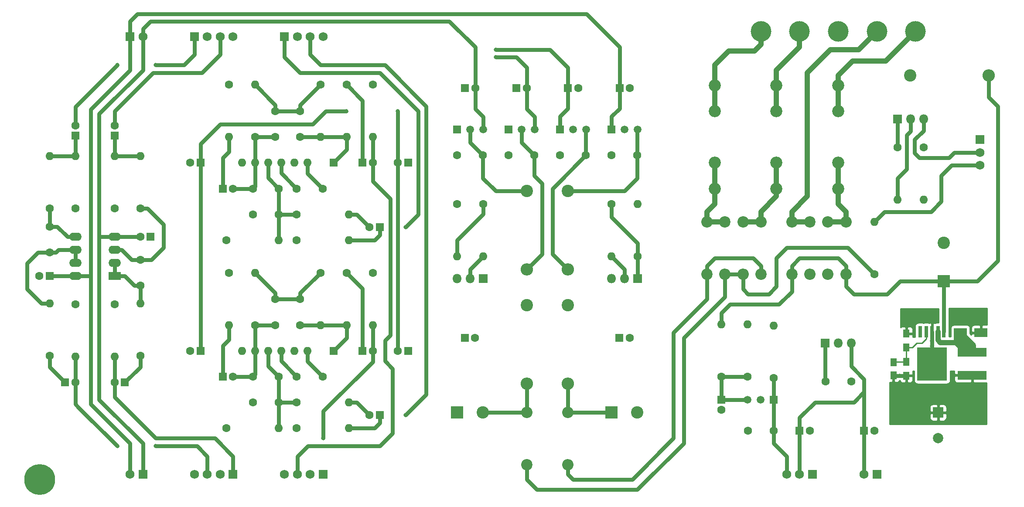
<source format=gtl>
%TF.GenerationSoftware,KiCad,Pcbnew,(5.1.7)-1*%
%TF.CreationDate,2022-01-04T16:17:04+01:00*%
%TF.ProjectId,cr-17xx-psu-preamp-board,63722d31-3778-4782-9d70-73752d707265,rev?*%
%TF.SameCoordinates,Original*%
%TF.FileFunction,Copper,L1,Top*%
%TF.FilePolarity,Positive*%
%FSLAX46Y46*%
G04 Gerber Fmt 4.6, Leading zero omitted, Abs format (unit mm)*
G04 Created by KiCad (PCBNEW (5.1.7)-1) date 2022-01-04 16:17:04*
%MOMM*%
%LPD*%
G01*
G04 APERTURE LIST*
%TA.AperFunction,SMDPad,CuDef*%
%ADD10R,5.700000X1.700000*%
%TD*%
%TA.AperFunction,ComponentPad*%
%ADD11C,1.600000*%
%TD*%
%TA.AperFunction,ComponentPad*%
%ADD12O,1.600000X1.600000*%
%TD*%
%TA.AperFunction,ComponentPad*%
%ADD13R,1.600000X1.600000*%
%TD*%
%TA.AperFunction,ComponentPad*%
%ADD14R,1.800000X1.800000*%
%TD*%
%TA.AperFunction,ComponentPad*%
%ADD15O,1.800000X1.800000*%
%TD*%
%TA.AperFunction,ComponentPad*%
%ADD16R,1.750000X1.750000*%
%TD*%
%TA.AperFunction,ComponentPad*%
%ADD17C,1.750000*%
%TD*%
%TA.AperFunction,ComponentPad*%
%ADD18R,2.400000X1.600000*%
%TD*%
%TA.AperFunction,ComponentPad*%
%ADD19O,2.400000X1.600000*%
%TD*%
%TA.AperFunction,ComponentPad*%
%ADD20C,2.200000*%
%TD*%
%TA.AperFunction,ComponentPad*%
%ADD21O,2.200000X2.200000*%
%TD*%
%TA.AperFunction,ComponentPad*%
%ADD22O,2.400000X2.400000*%
%TD*%
%TA.AperFunction,ComponentPad*%
%ADD23C,2.400000*%
%TD*%
%TA.AperFunction,SMDPad,CuDef*%
%ADD24R,0.800000X2.200000*%
%TD*%
%TA.AperFunction,SMDPad,CuDef*%
%ADD25R,5.800000X6.400000*%
%TD*%
%TA.AperFunction,SMDPad,CuDef*%
%ADD26R,2.750000X3.050000*%
%TD*%
%TA.AperFunction,SMDPad,CuDef*%
%ADD27R,1.300000X1.500000*%
%TD*%
%TA.AperFunction,SMDPad,CuDef*%
%ADD28R,2.500000X1.800000*%
%TD*%
%TA.AperFunction,ComponentPad*%
%ADD29R,2.000000X2.000000*%
%TD*%
%TA.AperFunction,ComponentPad*%
%ADD30C,2.000000*%
%TD*%
%TA.AperFunction,SMDPad,CuDef*%
%ADD31R,1.250000X1.500000*%
%TD*%
%TA.AperFunction,ComponentPad*%
%ADD32R,2.400000X2.400000*%
%TD*%
%TA.AperFunction,ComponentPad*%
%ADD33C,1.520000*%
%TD*%
%TA.AperFunction,ComponentPad*%
%ADD34R,1.520000X1.520000*%
%TD*%
%TA.AperFunction,ComponentPad*%
%ADD35C,4.000000*%
%TD*%
%TA.AperFunction,ComponentPad*%
%ADD36C,2.350000*%
%TD*%
%TA.AperFunction,ComponentPad*%
%ADD37C,6.000000*%
%TD*%
%TA.AperFunction,ViaPad*%
%ADD38C,0.800000*%
%TD*%
%TA.AperFunction,Conductor*%
%ADD39C,0.750000*%
%TD*%
%TA.AperFunction,Conductor*%
%ADD40C,1.000000*%
%TD*%
%TA.AperFunction,Conductor*%
%ADD41C,0.250000*%
%TD*%
%TA.AperFunction,Conductor*%
%ADD42C,1.500000*%
%TD*%
%TA.AperFunction,Conductor*%
%ADD43C,0.254000*%
%TD*%
%TA.AperFunction,Conductor*%
%ADD44C,0.100000*%
%TD*%
G04 APERTURE END LIST*
D10*
X203500000Y-81250000D03*
X203500000Y-85750000D03*
D11*
X103460000Y-52540000D03*
D12*
X103460000Y-62700000D03*
D11*
X138540000Y-62700000D03*
D12*
X138540000Y-52540000D03*
D11*
X194080000Y-41500000D03*
D12*
X194080000Y-51660000D03*
D11*
X159920000Y-86000000D03*
D12*
X159920000Y-75840000D03*
D11*
X175000000Y-87000000D03*
X180000000Y-87000000D03*
D13*
X170000000Y-96500000D03*
D11*
X172000000Y-96500000D03*
D13*
X182500000Y-96500000D03*
D11*
X184500000Y-96500000D03*
X165000000Y-96500000D03*
X160000000Y-96500000D03*
D14*
X174960000Y-79500000D03*
D15*
X177500000Y-79500000D03*
X180040000Y-79500000D03*
D16*
X172500000Y-105000000D03*
D17*
X170000000Y-105000000D03*
X167500000Y-105000000D03*
D16*
X185000000Y-105000000D03*
D17*
X182500000Y-105000000D03*
D16*
X77500000Y-105000000D03*
D17*
X75000000Y-105000000D03*
X72500000Y-105000000D03*
X70000000Y-105000000D03*
D16*
X60000000Y-105000000D03*
D17*
X57500000Y-105000000D03*
X55000000Y-105000000D03*
X52500000Y-105000000D03*
D16*
X70000000Y-20000000D03*
D17*
X72500000Y-20000000D03*
X75000000Y-20000000D03*
X77500000Y-20000000D03*
D16*
X52500000Y-20000000D03*
D17*
X55000000Y-20000000D03*
X57500000Y-20000000D03*
X60000000Y-20000000D03*
D13*
X53720000Y-44500000D03*
D11*
X51720000Y-44500000D03*
D13*
X94000000Y-44500000D03*
D11*
X92000000Y-44500000D03*
D13*
X53720000Y-81000000D03*
D11*
X51720000Y-81000000D03*
D13*
X94000000Y-81000000D03*
D11*
X92000000Y-81000000D03*
D13*
X79500000Y-81000000D03*
D12*
X74420000Y-81000000D03*
X71880000Y-81000000D03*
X69340000Y-81000000D03*
X66800000Y-81000000D03*
X64260000Y-81000000D03*
X61720000Y-81000000D03*
D11*
X87120000Y-65840000D03*
D12*
X87120000Y-76000000D03*
D11*
X82040000Y-65840000D03*
D12*
X82040000Y-76000000D03*
D11*
X76960000Y-65840000D03*
D12*
X76960000Y-76000000D03*
D11*
X64260000Y-76000000D03*
D12*
X64260000Y-65840000D03*
D11*
X59180000Y-65840000D03*
D12*
X59180000Y-76000000D03*
D11*
X58680000Y-96000000D03*
D12*
X68840000Y-96000000D03*
D11*
X72380000Y-91000000D03*
D12*
X82540000Y-91000000D03*
D11*
X72380000Y-96000000D03*
D12*
X82540000Y-96000000D03*
D13*
X85120000Y-81000000D03*
D11*
X87120000Y-81000000D03*
X73000000Y-76000000D03*
X73000000Y-71000000D03*
X72380000Y-86000000D03*
X77380000Y-86000000D03*
X68220000Y-71000000D03*
X68220000Y-76000000D03*
X68840000Y-86000000D03*
X63840000Y-86000000D03*
D13*
X58000000Y-86000000D03*
D11*
X60000000Y-86000000D03*
X68840000Y-91000000D03*
X63840000Y-91000000D03*
D13*
X88500000Y-93500000D03*
D11*
X86500000Y-93500000D03*
D13*
X79500000Y-44500000D03*
D12*
X74420000Y-44500000D03*
X71880000Y-44500000D03*
X69340000Y-44500000D03*
X66800000Y-44500000D03*
X64260000Y-44500000D03*
X61720000Y-44500000D03*
D11*
X87120000Y-29340000D03*
D12*
X87120000Y-39500000D03*
D11*
X82040000Y-29340000D03*
D12*
X82040000Y-39500000D03*
D11*
X76960000Y-29340000D03*
D12*
X76960000Y-39500000D03*
D11*
X64260000Y-39500000D03*
D12*
X64260000Y-29340000D03*
D11*
X59180000Y-29340000D03*
D12*
X59180000Y-39500000D03*
D11*
X58680000Y-59500000D03*
D12*
X68840000Y-59500000D03*
D11*
X72380000Y-54500000D03*
D12*
X82540000Y-54500000D03*
D11*
X72380000Y-59500000D03*
D12*
X82540000Y-59500000D03*
D13*
X85120000Y-44500000D03*
D11*
X87120000Y-44500000D03*
X73000000Y-39500000D03*
X73000000Y-34500000D03*
X72380000Y-49500000D03*
X77380000Y-49500000D03*
X68220000Y-34500000D03*
X68220000Y-39500000D03*
X68840000Y-49500000D03*
X63840000Y-49500000D03*
D13*
X58000000Y-49500000D03*
D11*
X60000000Y-49500000D03*
X68840000Y-54500000D03*
X63840000Y-54500000D03*
D13*
X88500000Y-57000000D03*
D11*
X86500000Y-57000000D03*
D18*
X37000000Y-66500000D03*
D19*
X29380000Y-58880000D03*
X37000000Y-63960000D03*
X29380000Y-61420000D03*
X37000000Y-61420000D03*
X29380000Y-63960000D03*
X37000000Y-58880000D03*
X29380000Y-66500000D03*
D11*
X29380000Y-72000000D03*
D12*
X29380000Y-82160000D03*
D11*
X37000000Y-72000000D03*
D12*
X37000000Y-82160000D03*
D11*
X24380000Y-82000000D03*
D12*
X24380000Y-71840000D03*
D11*
X42000000Y-82000000D03*
D12*
X42000000Y-71840000D03*
D11*
X24380000Y-53380000D03*
D12*
X24380000Y-43220000D03*
D11*
X42000000Y-53380000D03*
D12*
X42000000Y-43220000D03*
D11*
X29380000Y-53380000D03*
D12*
X29380000Y-43220000D03*
D11*
X37000000Y-53380000D03*
D12*
X37000000Y-43220000D03*
D13*
X27380000Y-87160000D03*
D11*
X29380000Y-87160000D03*
D13*
X39000000Y-87160000D03*
D11*
X37000000Y-87160000D03*
X24380000Y-56880000D03*
X24380000Y-61880000D03*
X42000000Y-63340000D03*
X42000000Y-68340000D03*
D13*
X24380000Y-66500000D03*
D11*
X22380000Y-66500000D03*
D13*
X29380000Y-39220000D03*
D11*
X29380000Y-37220000D03*
D13*
X37000000Y-39220000D03*
D11*
X37000000Y-37220000D03*
D13*
X44000000Y-58880000D03*
D11*
X42000000Y-58880000D03*
D16*
X205000000Y-40000000D03*
D17*
X205000000Y-42500000D03*
X205000000Y-45000000D03*
D16*
X42500000Y-105000000D03*
D17*
X40000000Y-105000000D03*
D16*
X40000000Y-20000000D03*
D17*
X42500000Y-20000000D03*
D20*
X179000000Y-66160000D03*
D21*
X179000000Y-56000000D03*
D20*
X168500000Y-66160000D03*
D21*
X168500000Y-56000000D03*
D20*
X172000000Y-56000000D03*
D21*
X172000000Y-66160000D03*
D20*
X175500000Y-56000000D03*
D21*
X175500000Y-66160000D03*
D20*
X162500000Y-66160000D03*
D21*
X162500000Y-56000000D03*
D20*
X152000000Y-66160000D03*
D21*
X152000000Y-56000000D03*
D20*
X155500000Y-56000000D03*
D21*
X155500000Y-66160000D03*
D20*
X159000000Y-56000000D03*
D21*
X159000000Y-66160000D03*
D11*
X184500000Y-66160000D03*
D12*
X184500000Y-56000000D03*
D20*
X125000000Y-93000000D03*
D21*
X125000000Y-103160000D03*
D20*
X117000000Y-103160000D03*
D21*
X117000000Y-93000000D03*
D22*
X206740000Y-27500000D03*
D23*
X191500000Y-27500000D03*
D24*
X198000000Y-77300000D03*
X196860000Y-77300000D03*
X195720000Y-77300000D03*
X194580000Y-77300000D03*
X193440000Y-77300000D03*
D25*
X195720000Y-83600000D03*
D26*
X194195000Y-85275000D03*
X197245000Y-81925000D03*
X197245000Y-85275000D03*
X194195000Y-81925000D03*
D27*
X190720000Y-80350000D03*
X190720000Y-77650000D03*
X190720000Y-85850000D03*
X190720000Y-83150000D03*
D28*
X201220000Y-77500000D03*
X205220000Y-77500000D03*
D29*
X196900000Y-93000000D03*
D30*
X196900000Y-98000000D03*
D31*
X188220000Y-85750000D03*
X188220000Y-83250000D03*
D32*
X198000000Y-67500000D03*
D23*
X198000000Y-60000000D03*
D13*
X154840000Y-90500000D03*
D11*
X154840000Y-92500000D03*
D13*
X105000000Y-78500000D03*
D11*
X107000000Y-78500000D03*
D13*
X135000000Y-78500000D03*
D11*
X137000000Y-78500000D03*
D32*
X133500000Y-93000000D03*
D23*
X138500000Y-93000000D03*
X108500000Y-93000000D03*
D32*
X103500000Y-93000000D03*
D11*
X108540000Y-52540000D03*
D12*
X108540000Y-62700000D03*
D23*
X117000000Y-72160000D03*
D22*
X117000000Y-87400000D03*
D14*
X108540000Y-67000000D03*
D15*
X106000000Y-67000000D03*
X103460000Y-67000000D03*
D23*
X125000000Y-72160000D03*
D22*
X125000000Y-87400000D03*
D33*
X106040000Y-38000000D03*
X108580000Y-38000000D03*
D34*
X103500000Y-38000000D03*
D33*
X116040000Y-38000000D03*
X118580000Y-38000000D03*
D34*
X113500000Y-38000000D03*
D33*
X136040000Y-38000000D03*
X138580000Y-38000000D03*
D34*
X133500000Y-38000000D03*
D33*
X126040000Y-38000000D03*
X128580000Y-38000000D03*
D34*
X123500000Y-38000000D03*
D33*
X162460000Y-90500000D03*
X159920000Y-90500000D03*
D34*
X165000000Y-90500000D03*
D23*
X117000000Y-50000000D03*
D22*
X117000000Y-65240000D03*
D23*
X125000000Y-50000000D03*
D22*
X125000000Y-65240000D03*
D11*
X133460000Y-52540000D03*
D12*
X133460000Y-62700000D03*
D11*
X165000000Y-86250000D03*
D12*
X165000000Y-76090000D03*
D11*
X189000000Y-41500000D03*
D12*
X189000000Y-51660000D03*
D11*
X154840000Y-86000000D03*
D12*
X154840000Y-75840000D03*
D14*
X138540000Y-67000000D03*
D15*
X136000000Y-67000000D03*
X133460000Y-67000000D03*
D14*
X189000000Y-36000000D03*
D15*
X191540000Y-36000000D03*
X194080000Y-36000000D03*
D13*
X105040000Y-30000000D03*
D11*
X107040000Y-30000000D03*
D13*
X115040000Y-30000000D03*
D11*
X117040000Y-30000000D03*
D13*
X135040000Y-30000000D03*
D11*
X137040000Y-30000000D03*
D13*
X125040000Y-30000000D03*
D11*
X127040000Y-30000000D03*
X108500000Y-43000000D03*
X103500000Y-43000000D03*
X118500000Y-43000000D03*
X113500000Y-43000000D03*
X138500000Y-43000000D03*
X133500000Y-43000000D03*
X128500000Y-43000000D03*
X123500000Y-43000000D03*
D35*
X192500000Y-19000000D03*
X185000000Y-19000000D03*
X177500000Y-19000000D03*
X170000000Y-19000000D03*
X162500000Y-19000000D03*
D36*
X153500000Y-44500000D03*
X153500000Y-49500000D03*
X153500000Y-34500000D03*
X153500000Y-29500000D03*
X165500000Y-44500000D03*
X165500000Y-49500000D03*
X165500000Y-34500000D03*
X165500000Y-29500000D03*
X177500000Y-44500000D03*
X177500000Y-49500000D03*
X177500000Y-34500000D03*
X177500000Y-29500000D03*
D37*
X22500000Y-106000000D03*
D38*
X197720000Y-82100000D03*
X197720000Y-83100000D03*
X197720000Y-84100000D03*
X197720000Y-85100000D03*
X193720000Y-82100000D03*
X193720000Y-83100000D03*
X193720000Y-84100000D03*
X193720000Y-85100000D03*
X197720000Y-86100000D03*
X196720000Y-86100000D03*
X195720000Y-86100000D03*
X194720000Y-86100000D03*
X193720000Y-86100000D03*
X194720000Y-81100000D03*
X197720000Y-81100000D03*
X196720000Y-81100000D03*
X195720000Y-81100000D03*
X193720000Y-81100000D03*
X194720000Y-84100000D03*
X194720000Y-82100000D03*
X194720000Y-85100000D03*
X194720000Y-83100000D03*
X195720000Y-83100000D03*
X195720000Y-84100000D03*
X195720000Y-82100000D03*
X195720000Y-85100000D03*
X196720000Y-85100000D03*
X196720000Y-84100000D03*
X196720000Y-82100000D03*
X196720000Y-83100000D03*
X205700000Y-73300000D03*
X205700000Y-74300000D03*
X205700000Y-75300000D03*
X204700000Y-73300000D03*
X203700000Y-73300000D03*
X202700000Y-73300000D03*
X201700000Y-73300000D03*
X200700000Y-73300000D03*
X199700000Y-73300000D03*
X199700000Y-74300000D03*
X200700000Y-74300000D03*
X201700000Y-74300000D03*
X202700000Y-74300000D03*
X203700000Y-74300000D03*
X204700000Y-74300000D03*
X204700000Y-75300000D03*
X203700000Y-75300000D03*
X202700000Y-75300000D03*
X201700000Y-75300000D03*
X200700000Y-75300000D03*
X199700000Y-75300000D03*
X190300000Y-73300000D03*
X194300000Y-74300000D03*
X191300000Y-75300000D03*
X193300000Y-74300000D03*
X193300000Y-75300000D03*
X192300000Y-73300000D03*
X194300000Y-73300000D03*
X196300000Y-73300000D03*
X192300000Y-74300000D03*
X195300000Y-75300000D03*
X196300000Y-74300000D03*
X195300000Y-73300000D03*
X191300000Y-74300000D03*
X193300000Y-73300000D03*
X191300000Y-73300000D03*
X190300000Y-74300000D03*
X196300000Y-75300000D03*
X194300000Y-75300000D03*
X190300000Y-75300000D03*
X195300000Y-74300000D03*
X192300000Y-75300000D03*
X195720000Y-79100000D03*
X195720000Y-80100000D03*
X82000000Y-34500000D03*
X111000000Y-22500000D03*
X111000000Y-24000000D03*
X92000000Y-34500000D03*
X37500000Y-25500000D03*
X45000000Y-25500000D03*
X45000000Y-99500000D03*
X37500000Y-99500000D03*
X93500000Y-57000000D03*
X93500000Y-93500000D03*
X77500000Y-98000000D03*
D39*
X195720000Y-77300000D02*
X195720000Y-83600000D01*
X202000000Y-42500000D02*
X205000000Y-42500000D01*
X200000000Y-42500000D02*
X200500000Y-42500000D01*
X193250000Y-43500000D02*
X199000000Y-43500000D01*
X200500000Y-42500000D02*
X205000000Y-42500000D01*
X192330000Y-42580000D02*
X193250000Y-43500000D01*
X192330000Y-40000000D02*
X192330000Y-42580000D01*
X199000000Y-43500000D02*
X200000000Y-42500000D01*
X194080000Y-38250000D02*
X192330000Y-40000000D01*
X194080000Y-36000000D02*
X194080000Y-38250000D01*
X165000000Y-86250000D02*
X165000000Y-96500000D01*
X167500000Y-105000000D02*
X167500000Y-101500000D01*
X165000000Y-99000000D02*
X165000000Y-96500000D01*
X167500000Y-101500000D02*
X165000000Y-99000000D01*
X128500000Y-38080000D02*
X128580000Y-38000000D01*
X128500000Y-43000000D02*
X128500000Y-38080000D01*
X125000000Y-65240000D02*
X122000000Y-62240000D01*
X122000000Y-49500000D02*
X128500000Y-43000000D01*
X122000000Y-62240000D02*
X122000000Y-49500000D01*
X116040000Y-40540000D02*
X118500000Y-43000000D01*
X116040000Y-38000000D02*
X116040000Y-40540000D01*
X117000000Y-65240000D02*
X120000000Y-62240000D01*
X118500000Y-47000000D02*
X120000000Y-48500000D01*
X118500000Y-43000000D02*
X118500000Y-47000000D01*
X120000000Y-62240000D02*
X120000000Y-48500000D01*
X125040000Y-30000000D02*
X125040000Y-33960000D01*
X123500000Y-35500000D02*
X123500000Y-38000000D01*
X125040000Y-33960000D02*
X123500000Y-35500000D01*
X53720000Y-44500000D02*
X53720000Y-81000000D01*
X111000000Y-22500000D02*
X121500000Y-22500000D01*
X125040000Y-26040000D02*
X125040000Y-30000000D01*
X121500000Y-22500000D02*
X125040000Y-26040000D01*
X53720000Y-40780000D02*
X53720000Y-44500000D01*
X57500000Y-37000000D02*
X53720000Y-40780000D01*
X75500000Y-37000000D02*
X57500000Y-37000000D01*
X78000000Y-34500000D02*
X75500000Y-37000000D01*
X82000000Y-34500000D02*
X78000000Y-34500000D01*
X135040000Y-30000000D02*
X135040000Y-33960000D01*
X133500000Y-35500000D02*
X133500000Y-38000000D01*
X135040000Y-33960000D02*
X133500000Y-35500000D01*
X32260000Y-66500000D02*
X32380000Y-66380000D01*
X29380000Y-66500000D02*
X32260000Y-66500000D01*
X40000000Y-17000000D02*
X41399990Y-15600010D01*
X40000000Y-20000000D02*
X40000000Y-17000000D01*
X29380000Y-66500000D02*
X24380000Y-66500000D01*
X32380000Y-91380000D02*
X32380000Y-90380000D01*
X40000000Y-105000000D02*
X40000000Y-99000000D01*
X32380000Y-90380000D02*
X32380000Y-66380000D01*
X40000000Y-99000000D02*
X32380000Y-91380000D01*
X40000000Y-26500000D02*
X32380000Y-34120000D01*
X32380000Y-34120000D02*
X32380000Y-34880000D01*
X40000000Y-20000000D02*
X40000000Y-26500000D01*
X32380000Y-66380000D02*
X32380000Y-34880000D01*
X128600010Y-15600010D02*
X124100010Y-15600010D01*
X135040000Y-22040000D02*
X128600010Y-15600010D01*
X135040000Y-30000000D02*
X135040000Y-22040000D01*
X41399990Y-15600010D02*
X124100010Y-15600010D01*
X117040000Y-30000000D02*
X117040000Y-34040000D01*
X118580000Y-35580000D02*
X118580000Y-38000000D01*
X117040000Y-34040000D02*
X118580000Y-35580000D01*
X92000000Y-44500000D02*
X92000000Y-81000000D01*
X111000000Y-24000000D02*
X115000000Y-24000000D01*
X117040000Y-26040000D02*
X117040000Y-30000000D01*
X115000000Y-24000000D02*
X117040000Y-26040000D01*
X92000000Y-38000000D02*
X92000000Y-44500000D01*
X92000000Y-34500000D02*
X92000000Y-38000000D01*
X107040000Y-30000000D02*
X107040000Y-34040000D01*
X108580000Y-35580000D02*
X108580000Y-38000000D01*
X107040000Y-34040000D02*
X108580000Y-35580000D01*
X34120000Y-58880000D02*
X34000000Y-59000000D01*
X37000000Y-58880000D02*
X34120000Y-58880000D01*
X42500000Y-20000000D02*
X42500000Y-18500000D01*
X42500000Y-18500000D02*
X44000000Y-17000000D01*
X42000000Y-58880000D02*
X37000000Y-58880000D01*
X34000000Y-90500000D02*
X34000000Y-89500000D01*
X42500000Y-99000000D02*
X34000000Y-90500000D01*
X42500000Y-105000000D02*
X42500000Y-99000000D01*
X34000000Y-89500000D02*
X34000000Y-59000000D01*
X34000000Y-35000000D02*
X34000000Y-36000000D01*
X42500000Y-20000000D02*
X42500000Y-26500000D01*
X42500000Y-26500000D02*
X34000000Y-35000000D01*
X34000000Y-59000000D02*
X34000000Y-36000000D01*
X102000000Y-17000000D02*
X101000000Y-17000000D01*
X107040000Y-22040000D02*
X102000000Y-17000000D01*
X107040000Y-30000000D02*
X107040000Y-22040000D01*
X44000000Y-17000000D02*
X101000000Y-17000000D01*
X198000000Y-67500000D02*
X189500000Y-67500000D01*
X189500000Y-67500000D02*
X187000000Y-70000000D01*
X179000000Y-68500000D02*
X179000000Y-66160000D01*
X180500000Y-70000000D02*
X179000000Y-68500000D01*
X206740000Y-31740000D02*
X206740000Y-27500000D01*
X208500000Y-33500000D02*
X206740000Y-31740000D01*
X208500000Y-63500000D02*
X208500000Y-33500000D01*
X198000000Y-67500000D02*
X204500000Y-67500000D01*
X198000000Y-67500000D02*
X198000000Y-77300000D01*
X168500000Y-66160000D02*
X168500000Y-69500000D01*
X154840000Y-73660000D02*
X156500000Y-72000000D01*
X154840000Y-75840000D02*
X154840000Y-73660000D01*
X168500000Y-64500000D02*
X168500000Y-66160000D01*
X170000000Y-63000000D02*
X168500000Y-64500000D01*
X177500000Y-63000000D02*
X170000000Y-63000000D01*
X179000000Y-64500000D02*
X177500000Y-63000000D01*
X179000000Y-66160000D02*
X179000000Y-64500000D01*
X204500000Y-67500000D02*
X208500000Y-63500000D01*
X187000000Y-70000000D02*
X180500000Y-70000000D01*
X168500000Y-69500000D02*
X166000000Y-72000000D01*
X166000000Y-72000000D02*
X156500000Y-72000000D01*
X125000000Y-93000000D02*
X133500000Y-93000000D01*
X125000000Y-87400000D02*
X125000000Y-93000000D01*
X117000000Y-93000000D02*
X108500000Y-93000000D01*
X117000000Y-87400000D02*
X117000000Y-93000000D01*
X188320000Y-85850000D02*
X188220000Y-85750000D01*
X190720000Y-85850000D02*
X188320000Y-85850000D01*
X174960000Y-86960000D02*
X175000000Y-87000000D01*
X174960000Y-79500000D02*
X174960000Y-86960000D01*
X197500000Y-52000000D02*
X197500000Y-47000000D01*
X199500000Y-45000000D02*
X205000000Y-45000000D01*
X197500000Y-47000000D02*
X199500000Y-45000000D01*
X195500000Y-54000000D02*
X186500000Y-54000000D01*
X195500000Y-54000000D02*
X197500000Y-52000000D01*
X186500000Y-54000000D02*
X184500000Y-56000000D01*
D40*
X179000000Y-56000000D02*
X175500000Y-56000000D01*
X177500000Y-44500000D02*
X177500000Y-49500000D01*
X179000000Y-56000000D02*
X179000000Y-54000000D01*
X179000000Y-54000000D02*
X177500000Y-52500000D01*
X177500000Y-52500000D02*
X177500000Y-49500000D01*
D39*
X44500000Y-27000000D02*
X37000000Y-34500000D01*
X54000000Y-27000000D02*
X44500000Y-27000000D01*
X37000000Y-34500000D02*
X37000000Y-37220000D01*
X57500000Y-23500000D02*
X54000000Y-27000000D01*
X57500000Y-20000000D02*
X57500000Y-23500000D01*
X52500000Y-20000000D02*
X52500000Y-23500000D01*
X52500000Y-23500000D02*
X50500000Y-25500000D01*
X50500000Y-25500000D02*
X45000000Y-25500000D01*
X29380000Y-34620000D02*
X29380000Y-37220000D01*
X29380000Y-33620000D02*
X29380000Y-34620000D01*
X37500000Y-25500000D02*
X29380000Y-33620000D01*
X37000000Y-82160000D02*
X37000000Y-87160000D01*
X45000000Y-98000000D02*
X37000000Y-90000000D01*
X37000000Y-90000000D02*
X37000000Y-87160000D01*
X56500000Y-98000000D02*
X45000000Y-98000000D01*
X60000000Y-101500000D02*
X56500000Y-98000000D01*
X60000000Y-105000000D02*
X60000000Y-101500000D01*
X29380000Y-82160000D02*
X29380000Y-87160000D01*
X55000000Y-101500000D02*
X53000000Y-99500000D01*
X55000000Y-105000000D02*
X55000000Y-101500000D01*
X53000000Y-99500000D02*
X45000000Y-99500000D01*
X37500000Y-99500000D02*
X30000000Y-92000000D01*
X29380000Y-91380000D02*
X30000000Y-92000000D01*
X29380000Y-87160000D02*
X29380000Y-91380000D01*
X82540000Y-59500000D02*
X87500000Y-59500000D01*
X88500000Y-58500000D02*
X88500000Y-57000000D01*
X87500000Y-59500000D02*
X88500000Y-58500000D01*
X70000000Y-24000000D02*
X70000000Y-20000000D01*
X73000000Y-27000000D02*
X70000000Y-24000000D01*
X88500000Y-27000000D02*
X73000000Y-27000000D01*
X96000000Y-34500000D02*
X88500000Y-27000000D01*
X96000000Y-54500000D02*
X96000000Y-34500000D01*
X93500000Y-57000000D02*
X96000000Y-54500000D01*
X87120000Y-44500000D02*
X87120000Y-39500000D01*
X90500000Y-51500000D02*
X87120000Y-48120000D01*
X89500000Y-79000000D02*
X90500000Y-78000000D01*
X87120000Y-48120000D02*
X87120000Y-44500000D01*
X89500000Y-83000000D02*
X89500000Y-79000000D01*
X91000000Y-84500000D02*
X89500000Y-83000000D01*
X90500000Y-78000000D02*
X90500000Y-51500000D01*
X91000000Y-97000000D02*
X91000000Y-84500000D01*
X88500000Y-99500000D02*
X91000000Y-97000000D01*
X74500000Y-99500000D02*
X88500000Y-99500000D01*
X72500000Y-101500000D02*
X74500000Y-99500000D01*
X72500000Y-105000000D02*
X72500000Y-101500000D01*
X82540000Y-96000000D02*
X87500000Y-96000000D01*
X88500000Y-95000000D02*
X88500000Y-93500000D01*
X87500000Y-96000000D02*
X88500000Y-95000000D01*
X93500000Y-93500000D02*
X97500000Y-89500000D01*
X97500000Y-89500000D02*
X97500000Y-33500000D01*
X97500000Y-33500000D02*
X89500000Y-25500000D01*
X89500000Y-25500000D02*
X77000000Y-25500000D01*
X75000000Y-23500000D02*
X75000000Y-20000000D01*
X77000000Y-25500000D02*
X75000000Y-23500000D01*
X87120000Y-81000000D02*
X87120000Y-76000000D01*
X87120000Y-83120000D02*
X87120000Y-81000000D01*
X77500000Y-92740000D02*
X87120000Y-83120000D01*
X77500000Y-98000000D02*
X77500000Y-92740000D01*
X182500000Y-105000000D02*
X182500000Y-96500000D01*
X170000000Y-105000000D02*
X170000000Y-96500000D01*
X180040000Y-79500000D02*
X180040000Y-84040000D01*
X180040000Y-84040000D02*
X182500000Y-86500000D01*
X182500000Y-87000000D02*
X182500000Y-87500000D01*
X182500000Y-86500000D02*
X182500000Y-87000000D01*
X182500000Y-87000000D02*
X182500000Y-89000000D01*
X170000000Y-96500000D02*
X170000000Y-94000000D01*
X170000000Y-94000000D02*
X173000000Y-91000000D01*
X180500000Y-91000000D02*
X182500000Y-89000000D01*
X182500000Y-89000000D02*
X182500000Y-96500000D01*
X173000000Y-91000000D02*
X180500000Y-91000000D01*
X29380000Y-39220000D02*
X29380000Y-43220000D01*
X29380000Y-43220000D02*
X24380000Y-43220000D01*
X37000000Y-39220000D02*
X37000000Y-43220000D01*
X37000000Y-43220000D02*
X42000000Y-43220000D01*
X24380000Y-84160000D02*
X27380000Y-87160000D01*
X24380000Y-82000000D02*
X24380000Y-84160000D01*
X42000000Y-84160000D02*
X39000000Y-87160000D01*
X42000000Y-82000000D02*
X42000000Y-84160000D01*
X24380000Y-56880000D02*
X25880000Y-56880000D01*
X27880000Y-58880000D02*
X29380000Y-58880000D01*
X25880000Y-56880000D02*
X27880000Y-58880000D01*
X24380000Y-53380000D02*
X24380000Y-56880000D01*
X29380000Y-61420000D02*
X26080000Y-61420000D01*
X25620000Y-61880000D02*
X24380000Y-61880000D01*
X26080000Y-61420000D02*
X25620000Y-61880000D01*
X29380000Y-61420000D02*
X29380000Y-63960000D01*
X24380000Y-71840000D02*
X22840000Y-71840000D01*
X22840000Y-71840000D02*
X20000000Y-69000000D01*
X20000000Y-69000000D02*
X20000000Y-64000000D01*
X22120000Y-61880000D02*
X24380000Y-61880000D01*
X20000000Y-64000000D02*
X22120000Y-61880000D01*
X37000000Y-61420000D02*
X38420000Y-61420000D01*
X40340000Y-63340000D02*
X42000000Y-63340000D01*
X38420000Y-61420000D02*
X40340000Y-63340000D01*
X42000000Y-63340000D02*
X44160000Y-63340000D01*
X44160000Y-63340000D02*
X46500000Y-61000000D01*
X46500000Y-61000000D02*
X46500000Y-56500000D01*
X43380000Y-53380000D02*
X42000000Y-53380000D01*
X46500000Y-56500000D02*
X43380000Y-53380000D01*
X37000000Y-63960000D02*
X37000000Y-66500000D01*
X37000000Y-66500000D02*
X39000000Y-66500000D01*
X40840000Y-68340000D02*
X42000000Y-68340000D01*
X39000000Y-66500000D02*
X40840000Y-68340000D01*
X42000000Y-68340000D02*
X42000000Y-71840000D01*
X84000000Y-54500000D02*
X86500000Y-57000000D01*
X82540000Y-54500000D02*
X84000000Y-54500000D01*
X84000000Y-91000000D02*
X86500000Y-93500000D01*
X82540000Y-91000000D02*
X84000000Y-91000000D01*
X68840000Y-59500000D02*
X68840000Y-49500000D01*
X66800000Y-47460000D02*
X68840000Y-49500000D01*
X66800000Y-44500000D02*
X66800000Y-47460000D01*
X68840000Y-54500000D02*
X72380000Y-54500000D01*
X68840000Y-96000000D02*
X68840000Y-86000000D01*
X66800000Y-83960000D02*
X68840000Y-86000000D01*
X66800000Y-81000000D02*
X66800000Y-83960000D01*
X68840000Y-91000000D02*
X72380000Y-91000000D01*
X68220000Y-39500000D02*
X64260000Y-39500000D01*
X64260000Y-49080000D02*
X63840000Y-49500000D01*
X64260000Y-39500000D02*
X64260000Y-49080000D01*
X60000000Y-49500000D02*
X63840000Y-49500000D01*
X68220000Y-76000000D02*
X64260000Y-76000000D01*
X64260000Y-85580000D02*
X63840000Y-86000000D01*
X64260000Y-76000000D02*
X64260000Y-85580000D01*
X60000000Y-86000000D02*
X63840000Y-86000000D01*
X73000000Y-34500000D02*
X68220000Y-34500000D01*
X68220000Y-33300000D02*
X64260000Y-29340000D01*
X68220000Y-34500000D02*
X68220000Y-33300000D01*
X73000000Y-33300000D02*
X76960000Y-29340000D01*
X73000000Y-34500000D02*
X73000000Y-33300000D01*
X73000000Y-71000000D02*
X68220000Y-71000000D01*
X73000000Y-69800000D02*
X76960000Y-65840000D01*
X73000000Y-71000000D02*
X73000000Y-69800000D01*
X68220000Y-69800000D02*
X64260000Y-65840000D01*
X68220000Y-71000000D02*
X68220000Y-69800000D01*
X82040000Y-39500000D02*
X73000000Y-39500000D01*
X82040000Y-41960000D02*
X79500000Y-44500000D01*
X82040000Y-39500000D02*
X82040000Y-41960000D01*
X82040000Y-76000000D02*
X73000000Y-76000000D01*
X82040000Y-78460000D02*
X79500000Y-81000000D01*
X82040000Y-76000000D02*
X82040000Y-78460000D01*
X59180000Y-39500000D02*
X59180000Y-42320000D01*
X58000000Y-43500000D02*
X58000000Y-44000000D01*
X59180000Y-42320000D02*
X58000000Y-43500000D01*
X58000000Y-49500000D02*
X58000000Y-44000000D01*
X59180000Y-76000000D02*
X59180000Y-78820000D01*
X58000000Y-80000000D02*
X58000000Y-80500000D01*
X59180000Y-78820000D02*
X58000000Y-80000000D01*
X58000000Y-86000000D02*
X58000000Y-80500000D01*
X69340000Y-46460000D02*
X72380000Y-49500000D01*
X69340000Y-44500000D02*
X69340000Y-46460000D01*
X74420000Y-46540000D02*
X77380000Y-49500000D01*
X74420000Y-44500000D02*
X74420000Y-46540000D01*
X69340000Y-82960000D02*
X72380000Y-86000000D01*
X69340000Y-81000000D02*
X69340000Y-82960000D01*
X74420000Y-83040000D02*
X77380000Y-86000000D01*
X74420000Y-81000000D02*
X74420000Y-83040000D01*
X85120000Y-32420000D02*
X82040000Y-29340000D01*
X85120000Y-44500000D02*
X85120000Y-32420000D01*
X85120000Y-68920000D02*
X82040000Y-65840000D01*
X85120000Y-81000000D02*
X85120000Y-68920000D01*
X154840000Y-90500000D02*
X159920000Y-90500000D01*
X159920000Y-86000000D02*
X154840000Y-86000000D01*
X154840000Y-86000000D02*
X154840000Y-90500000D01*
D41*
X194580000Y-77300000D02*
X194580000Y-78640000D01*
X194580000Y-78640000D02*
X193720000Y-79500000D01*
X193720000Y-79500000D02*
X192720000Y-79500000D01*
X191870000Y-80350000D02*
X190720000Y-80350000D01*
X192720000Y-79500000D02*
X191870000Y-80350000D01*
X190720000Y-80350000D02*
X190720000Y-83150000D01*
X188320000Y-83150000D02*
X188220000Y-83250000D01*
X190720000Y-83150000D02*
X188320000Y-83150000D01*
D39*
X138540000Y-67000000D02*
X138540000Y-60160000D01*
X133460000Y-55080000D02*
X138540000Y-60160000D01*
X133460000Y-52540000D02*
X133460000Y-55080000D01*
X138500000Y-38080000D02*
X138580000Y-38000000D01*
X138500000Y-43000000D02*
X138500000Y-38080000D01*
X125000000Y-50000000D02*
X136000000Y-50000000D01*
X138500000Y-47500000D02*
X138500000Y-43000000D01*
X136000000Y-50000000D02*
X138500000Y-47500000D01*
X108540000Y-52540000D02*
X108540000Y-54460000D01*
X103460000Y-59540000D02*
X103460000Y-62700000D01*
X108540000Y-54460000D02*
X103460000Y-59540000D01*
X106040000Y-40540000D02*
X108500000Y-43000000D01*
X106040000Y-38000000D02*
X106040000Y-40540000D01*
X117000000Y-50000000D02*
X111000000Y-50000000D01*
X108500000Y-47500000D02*
X108500000Y-43000000D01*
X111000000Y-50000000D02*
X108500000Y-47500000D01*
D40*
X172000000Y-56000000D02*
X168500000Y-56000000D01*
X168500000Y-54000000D02*
X168500000Y-56000000D01*
X171500000Y-51000000D02*
X168500000Y-54000000D01*
X171500000Y-27000000D02*
X171500000Y-51000000D01*
X176000000Y-22500000D02*
X171500000Y-27000000D01*
X181500000Y-22500000D02*
X176000000Y-22500000D01*
X185000000Y-19000000D02*
X181500000Y-22500000D01*
D39*
X189000000Y-36000000D02*
X189000000Y-41500000D01*
D42*
X203500000Y-81250000D02*
X203500000Y-80000000D01*
X203500000Y-80000000D02*
X202900000Y-79400000D01*
X201220000Y-77720000D02*
X202900000Y-79400000D01*
X201220000Y-77500000D02*
X201220000Y-77720000D01*
X203500000Y-81050000D02*
X201850000Y-79400000D01*
X201850000Y-79400000D02*
X200700000Y-79400000D01*
X203500000Y-81250000D02*
X203500000Y-81050000D01*
X202900000Y-79400000D02*
X201850000Y-79400000D01*
X202550000Y-81250000D02*
X200700000Y-79400000D01*
X203500000Y-81250000D02*
X202550000Y-81250000D01*
X200700000Y-78020000D02*
X201220000Y-77500000D01*
X200700000Y-79400000D02*
X200700000Y-78020000D01*
D40*
X197300000Y-79400000D02*
X196860000Y-78960000D01*
X200700000Y-79400000D02*
X197300000Y-79400000D01*
X196860000Y-77300000D02*
X196860000Y-78960000D01*
D39*
X137500000Y-106000000D02*
X145500000Y-98000000D01*
X126000000Y-106000000D02*
X137500000Y-106000000D01*
X125000000Y-105000000D02*
X126000000Y-106000000D01*
X125000000Y-103160000D02*
X125000000Y-105000000D01*
X145500000Y-98000000D02*
X145500000Y-77500000D01*
X152000000Y-64500000D02*
X153500000Y-63000000D01*
X152000000Y-66160000D02*
X152000000Y-64500000D01*
X162500000Y-64500000D02*
X161000000Y-63000000D01*
X153500000Y-63000000D02*
X161000000Y-63000000D01*
X162500000Y-64500000D02*
X162500000Y-66160000D01*
X152000000Y-66160000D02*
X152000000Y-71000000D01*
X145500000Y-77500000D02*
X152000000Y-71000000D01*
D40*
X155500000Y-56000000D02*
X152000000Y-56000000D01*
X153500000Y-44500000D02*
X153500000Y-49500000D01*
X152000000Y-56000000D02*
X152000000Y-54000000D01*
X152000000Y-54000000D02*
X153500000Y-52500000D01*
X153500000Y-52500000D02*
X153500000Y-49500000D01*
D39*
X155500000Y-66160000D02*
X159000000Y-66160000D01*
X138500000Y-108000000D02*
X147500000Y-99000000D01*
X119000000Y-108000000D02*
X138500000Y-108000000D01*
X117000000Y-106000000D02*
X119000000Y-108000000D01*
X117000000Y-103160000D02*
X117000000Y-106000000D01*
X147500000Y-99000000D02*
X147500000Y-78500000D01*
X167500000Y-61000000D02*
X179340000Y-61000000D01*
X165500000Y-68500000D02*
X165500000Y-63000000D01*
X164000000Y-70000000D02*
X165500000Y-68500000D01*
X160000000Y-70000000D02*
X164000000Y-70000000D01*
X159000000Y-69000000D02*
X160000000Y-70000000D01*
X165500000Y-63000000D02*
X167500000Y-61000000D01*
X159000000Y-66160000D02*
X159000000Y-69000000D01*
X179340000Y-61000000D02*
X184500000Y-66160000D01*
X155500000Y-66160000D02*
X155500000Y-70500000D01*
X147500000Y-78500000D02*
X155500000Y-70500000D01*
D40*
X162500000Y-56000000D02*
X159000000Y-56000000D01*
X165500000Y-44500000D02*
X165500000Y-49500000D01*
X165500000Y-51000000D02*
X165500000Y-49500000D01*
X162500000Y-54000000D02*
X165500000Y-51000000D01*
X162500000Y-56000000D02*
X162500000Y-54000000D01*
D39*
X189000000Y-47500000D02*
X189000000Y-51660000D01*
X190750000Y-45750000D02*
X189000000Y-47500000D01*
X190750000Y-39125000D02*
X190750000Y-45750000D01*
X191540000Y-38335000D02*
X190750000Y-39125000D01*
X191540000Y-36000000D02*
X191540000Y-38335000D01*
X136000000Y-65240000D02*
X133460000Y-62700000D01*
X136000000Y-67000000D02*
X136000000Y-65240000D01*
X106000000Y-65240000D02*
X108540000Y-62700000D01*
X106000000Y-67000000D02*
X106000000Y-65240000D01*
D40*
X177500000Y-34500000D02*
X177500000Y-29500000D01*
X177500000Y-27500000D02*
X177500000Y-29500000D01*
X186750000Y-24750000D02*
X192500000Y-19000000D01*
X180250000Y-24750000D02*
X186750000Y-24750000D01*
X180250000Y-24750000D02*
X177500000Y-27500000D01*
X153500000Y-34500000D02*
X153500000Y-29500000D01*
X153500000Y-29500000D02*
X153500000Y-25500000D01*
X156250000Y-22750000D02*
X153500000Y-25500000D01*
X162500000Y-21500000D02*
X161250000Y-22750000D01*
X162500000Y-19000000D02*
X162500000Y-21500000D01*
X161250000Y-22750000D02*
X156250000Y-22750000D01*
X165500000Y-34500000D02*
X165500000Y-29500000D01*
X165500000Y-29500000D02*
X165500000Y-28000000D01*
X165500000Y-29500000D02*
X165500000Y-26500000D01*
X170000000Y-22000000D02*
X170000000Y-19000000D01*
X165500000Y-26500000D02*
X170000000Y-22000000D01*
D43*
X192189967Y-86800000D02*
X192202073Y-86922913D01*
X192237925Y-87041103D01*
X192296147Y-87150028D01*
X192374499Y-87245501D01*
X192469972Y-87323853D01*
X192578897Y-87382075D01*
X192697087Y-87417927D01*
X192820000Y-87430033D01*
X198620000Y-87430033D01*
X198742913Y-87417927D01*
X198861103Y-87382075D01*
X198970028Y-87323853D01*
X199065501Y-87245501D01*
X199143853Y-87150028D01*
X199202075Y-87041103D01*
X199237927Y-86922913D01*
X199250033Y-86800000D01*
X199250033Y-86600000D01*
X200011928Y-86600000D01*
X200024188Y-86724482D01*
X200060498Y-86844180D01*
X200119463Y-86954494D01*
X200198815Y-87051185D01*
X200295506Y-87130537D01*
X200405820Y-87189502D01*
X200525518Y-87225812D01*
X200650000Y-87238072D01*
X203214250Y-87235000D01*
X203373000Y-87076250D01*
X203373000Y-85877000D01*
X200173750Y-85877000D01*
X200015000Y-86035750D01*
X200011928Y-86600000D01*
X199250033Y-86600000D01*
X199250033Y-84927000D01*
X200012075Y-84927000D01*
X200015000Y-85464250D01*
X200173750Y-85623000D01*
X203373000Y-85623000D01*
X203373000Y-85603000D01*
X203627000Y-85603000D01*
X203627000Y-85623000D01*
X203647000Y-85623000D01*
X203647000Y-85877000D01*
X203627000Y-85877000D01*
X203627000Y-87076250D01*
X203785750Y-87235000D01*
X206273000Y-87237980D01*
X206273000Y-95273000D01*
X187527000Y-95273000D01*
X187527000Y-94000000D01*
X195261928Y-94000000D01*
X195274188Y-94124482D01*
X195310498Y-94244180D01*
X195369463Y-94354494D01*
X195448815Y-94451185D01*
X195545506Y-94530537D01*
X195655820Y-94589502D01*
X195775518Y-94625812D01*
X195900000Y-94638072D01*
X196614250Y-94635000D01*
X196773000Y-94476250D01*
X196773000Y-93127000D01*
X197027000Y-93127000D01*
X197027000Y-94476250D01*
X197185750Y-94635000D01*
X197900000Y-94638072D01*
X198024482Y-94625812D01*
X198144180Y-94589502D01*
X198254494Y-94530537D01*
X198351185Y-94451185D01*
X198430537Y-94354494D01*
X198489502Y-94244180D01*
X198525812Y-94124482D01*
X198538072Y-94000000D01*
X198535000Y-93285750D01*
X198376250Y-93127000D01*
X197027000Y-93127000D01*
X196773000Y-93127000D01*
X195423750Y-93127000D01*
X195265000Y-93285750D01*
X195261928Y-94000000D01*
X187527000Y-94000000D01*
X187527000Y-92000000D01*
X195261928Y-92000000D01*
X195265000Y-92714250D01*
X195423750Y-92873000D01*
X196773000Y-92873000D01*
X196773000Y-91523750D01*
X197027000Y-91523750D01*
X197027000Y-92873000D01*
X198376250Y-92873000D01*
X198535000Y-92714250D01*
X198538072Y-92000000D01*
X198525812Y-91875518D01*
X198489502Y-91755820D01*
X198430537Y-91645506D01*
X198351185Y-91548815D01*
X198254494Y-91469463D01*
X198144180Y-91410498D01*
X198024482Y-91374188D01*
X197900000Y-91361928D01*
X197185750Y-91365000D01*
X197027000Y-91523750D01*
X196773000Y-91523750D01*
X196614250Y-91365000D01*
X195900000Y-91361928D01*
X195775518Y-91374188D01*
X195655820Y-91410498D01*
X195545506Y-91469463D01*
X195448815Y-91548815D01*
X195369463Y-91645506D01*
X195310498Y-91755820D01*
X195274188Y-91875518D01*
X195261928Y-92000000D01*
X187527000Y-92000000D01*
X187527000Y-87131375D01*
X187595000Y-87138072D01*
X187934250Y-87135000D01*
X188093000Y-86976250D01*
X188093000Y-85877000D01*
X188347000Y-85877000D01*
X188347000Y-86976250D01*
X188505750Y-87135000D01*
X188845000Y-87138072D01*
X188969482Y-87125812D01*
X189089180Y-87089502D01*
X189199494Y-87030537D01*
X189296185Y-86951185D01*
X189375537Y-86854494D01*
X189434502Y-86744180D01*
X189443279Y-86715248D01*
X189444188Y-86724482D01*
X189480498Y-86844180D01*
X189539463Y-86954494D01*
X189618815Y-87051185D01*
X189715506Y-87130537D01*
X189825820Y-87189502D01*
X189945518Y-87225812D01*
X190070000Y-87238072D01*
X190434250Y-87235000D01*
X190593000Y-87076250D01*
X190593000Y-85977000D01*
X190847000Y-85977000D01*
X190847000Y-87076250D01*
X191005750Y-87235000D01*
X191370000Y-87238072D01*
X191494482Y-87225812D01*
X191614180Y-87189502D01*
X191724494Y-87130537D01*
X191821185Y-87051185D01*
X191900537Y-86954494D01*
X191959502Y-86844180D01*
X191995812Y-86724482D01*
X192008072Y-86600000D01*
X192005000Y-86135750D01*
X191846250Y-85977000D01*
X190847000Y-85977000D01*
X190593000Y-85977000D01*
X189593750Y-85977000D01*
X189480362Y-86090388D01*
X189480000Y-86035750D01*
X189321250Y-85877000D01*
X188347000Y-85877000D01*
X188093000Y-85877000D01*
X188073000Y-85877000D01*
X188073000Y-85623000D01*
X188093000Y-85623000D01*
X188093000Y-85603000D01*
X188347000Y-85603000D01*
X188347000Y-85623000D01*
X189321250Y-85623000D01*
X189434638Y-85509612D01*
X189435000Y-85564250D01*
X189593750Y-85723000D01*
X190593000Y-85723000D01*
X190593000Y-85703000D01*
X190847000Y-85703000D01*
X190847000Y-85723000D01*
X191846250Y-85723000D01*
X192005000Y-85564250D01*
X192008072Y-85100000D01*
X191995812Y-84975518D01*
X191981094Y-84927000D01*
X192189967Y-84927000D01*
X192189967Y-86800000D01*
%TA.AperFunction,Conductor*%
D44*
G36*
X192189967Y-86800000D02*
G01*
X192202073Y-86922913D01*
X192237925Y-87041103D01*
X192296147Y-87150028D01*
X192374499Y-87245501D01*
X192469972Y-87323853D01*
X192578897Y-87382075D01*
X192697087Y-87417927D01*
X192820000Y-87430033D01*
X198620000Y-87430033D01*
X198742913Y-87417927D01*
X198861103Y-87382075D01*
X198970028Y-87323853D01*
X199065501Y-87245501D01*
X199143853Y-87150028D01*
X199202075Y-87041103D01*
X199237927Y-86922913D01*
X199250033Y-86800000D01*
X199250033Y-86600000D01*
X200011928Y-86600000D01*
X200024188Y-86724482D01*
X200060498Y-86844180D01*
X200119463Y-86954494D01*
X200198815Y-87051185D01*
X200295506Y-87130537D01*
X200405820Y-87189502D01*
X200525518Y-87225812D01*
X200650000Y-87238072D01*
X203214250Y-87235000D01*
X203373000Y-87076250D01*
X203373000Y-85877000D01*
X200173750Y-85877000D01*
X200015000Y-86035750D01*
X200011928Y-86600000D01*
X199250033Y-86600000D01*
X199250033Y-84927000D01*
X200012075Y-84927000D01*
X200015000Y-85464250D01*
X200173750Y-85623000D01*
X203373000Y-85623000D01*
X203373000Y-85603000D01*
X203627000Y-85603000D01*
X203627000Y-85623000D01*
X203647000Y-85623000D01*
X203647000Y-85877000D01*
X203627000Y-85877000D01*
X203627000Y-87076250D01*
X203785750Y-87235000D01*
X206273000Y-87237980D01*
X206273000Y-95273000D01*
X187527000Y-95273000D01*
X187527000Y-94000000D01*
X195261928Y-94000000D01*
X195274188Y-94124482D01*
X195310498Y-94244180D01*
X195369463Y-94354494D01*
X195448815Y-94451185D01*
X195545506Y-94530537D01*
X195655820Y-94589502D01*
X195775518Y-94625812D01*
X195900000Y-94638072D01*
X196614250Y-94635000D01*
X196773000Y-94476250D01*
X196773000Y-93127000D01*
X197027000Y-93127000D01*
X197027000Y-94476250D01*
X197185750Y-94635000D01*
X197900000Y-94638072D01*
X198024482Y-94625812D01*
X198144180Y-94589502D01*
X198254494Y-94530537D01*
X198351185Y-94451185D01*
X198430537Y-94354494D01*
X198489502Y-94244180D01*
X198525812Y-94124482D01*
X198538072Y-94000000D01*
X198535000Y-93285750D01*
X198376250Y-93127000D01*
X197027000Y-93127000D01*
X196773000Y-93127000D01*
X195423750Y-93127000D01*
X195265000Y-93285750D01*
X195261928Y-94000000D01*
X187527000Y-94000000D01*
X187527000Y-92000000D01*
X195261928Y-92000000D01*
X195265000Y-92714250D01*
X195423750Y-92873000D01*
X196773000Y-92873000D01*
X196773000Y-91523750D01*
X197027000Y-91523750D01*
X197027000Y-92873000D01*
X198376250Y-92873000D01*
X198535000Y-92714250D01*
X198538072Y-92000000D01*
X198525812Y-91875518D01*
X198489502Y-91755820D01*
X198430537Y-91645506D01*
X198351185Y-91548815D01*
X198254494Y-91469463D01*
X198144180Y-91410498D01*
X198024482Y-91374188D01*
X197900000Y-91361928D01*
X197185750Y-91365000D01*
X197027000Y-91523750D01*
X196773000Y-91523750D01*
X196614250Y-91365000D01*
X195900000Y-91361928D01*
X195775518Y-91374188D01*
X195655820Y-91410498D01*
X195545506Y-91469463D01*
X195448815Y-91548815D01*
X195369463Y-91645506D01*
X195310498Y-91755820D01*
X195274188Y-91875518D01*
X195261928Y-92000000D01*
X187527000Y-92000000D01*
X187527000Y-87131375D01*
X187595000Y-87138072D01*
X187934250Y-87135000D01*
X188093000Y-86976250D01*
X188093000Y-85877000D01*
X188347000Y-85877000D01*
X188347000Y-86976250D01*
X188505750Y-87135000D01*
X188845000Y-87138072D01*
X188969482Y-87125812D01*
X189089180Y-87089502D01*
X189199494Y-87030537D01*
X189296185Y-86951185D01*
X189375537Y-86854494D01*
X189434502Y-86744180D01*
X189443279Y-86715248D01*
X189444188Y-86724482D01*
X189480498Y-86844180D01*
X189539463Y-86954494D01*
X189618815Y-87051185D01*
X189715506Y-87130537D01*
X189825820Y-87189502D01*
X189945518Y-87225812D01*
X190070000Y-87238072D01*
X190434250Y-87235000D01*
X190593000Y-87076250D01*
X190593000Y-85977000D01*
X190847000Y-85977000D01*
X190847000Y-87076250D01*
X191005750Y-87235000D01*
X191370000Y-87238072D01*
X191494482Y-87225812D01*
X191614180Y-87189502D01*
X191724494Y-87130537D01*
X191821185Y-87051185D01*
X191900537Y-86954494D01*
X191959502Y-86844180D01*
X191995812Y-86724482D01*
X192008072Y-86600000D01*
X192005000Y-86135750D01*
X191846250Y-85977000D01*
X190847000Y-85977000D01*
X190593000Y-85977000D01*
X189593750Y-85977000D01*
X189480362Y-86090388D01*
X189480000Y-86035750D01*
X189321250Y-85877000D01*
X188347000Y-85877000D01*
X188093000Y-85877000D01*
X188073000Y-85877000D01*
X188073000Y-85623000D01*
X188093000Y-85623000D01*
X188093000Y-85603000D01*
X188347000Y-85603000D01*
X188347000Y-85623000D01*
X189321250Y-85623000D01*
X189434638Y-85509612D01*
X189435000Y-85564250D01*
X189593750Y-85723000D01*
X190593000Y-85723000D01*
X190593000Y-85703000D01*
X190847000Y-85703000D01*
X190847000Y-85723000D01*
X191846250Y-85723000D01*
X192005000Y-85564250D01*
X192008072Y-85100000D01*
X191995812Y-84975518D01*
X191981094Y-84927000D01*
X192189967Y-84927000D01*
X192189967Y-86800000D01*
G37*
%TD.AperFunction*%
D43*
X196998001Y-75569967D02*
X196460000Y-75569967D01*
X196337087Y-75582073D01*
X196303781Y-75592176D01*
X196244482Y-75574188D01*
X196120000Y-75561928D01*
X196005750Y-75565000D01*
X195847000Y-75723750D01*
X195847000Y-76060845D01*
X195842073Y-76077087D01*
X195829967Y-76200000D01*
X195829967Y-76836290D01*
X195813750Y-76866630D01*
X195749307Y-77079070D01*
X195733000Y-77244636D01*
X195733000Y-77447000D01*
X195610033Y-77447000D01*
X195610033Y-76200000D01*
X195597927Y-76077087D01*
X195593000Y-76060845D01*
X195593000Y-75723750D01*
X195434250Y-75565000D01*
X195320000Y-75561928D01*
X195195518Y-75574188D01*
X195136219Y-75592176D01*
X195102913Y-75582073D01*
X194980000Y-75569967D01*
X194180000Y-75569967D01*
X194057087Y-75582073D01*
X194010000Y-75596356D01*
X193962913Y-75582073D01*
X193840000Y-75569967D01*
X193040000Y-75569967D01*
X192917087Y-75582073D01*
X192798897Y-75617925D01*
X192689972Y-75676147D01*
X192594499Y-75754499D01*
X192516147Y-75849972D01*
X192457925Y-75958897D01*
X192422073Y-76077087D01*
X192409967Y-76200000D01*
X192409967Y-78355881D01*
X192007796Y-78358246D01*
X192005000Y-77935750D01*
X191846250Y-77777000D01*
X190847000Y-77777000D01*
X190847000Y-77797000D01*
X190593000Y-77797000D01*
X190593000Y-77777000D01*
X190573000Y-77777000D01*
X190573000Y-77523000D01*
X190593000Y-77523000D01*
X190593000Y-76423750D01*
X190847000Y-76423750D01*
X190847000Y-77523000D01*
X191846250Y-77523000D01*
X192005000Y-77364250D01*
X192008072Y-76900000D01*
X191995812Y-76775518D01*
X191959502Y-76655820D01*
X191900537Y-76545506D01*
X191821185Y-76448815D01*
X191724494Y-76369463D01*
X191614180Y-76310498D01*
X191494482Y-76274188D01*
X191370000Y-76261928D01*
X191005750Y-76265000D01*
X190847000Y-76423750D01*
X190593000Y-76423750D01*
X190434250Y-76265000D01*
X190070000Y-76261928D01*
X189945518Y-76274188D01*
X189825820Y-76310498D01*
X189715506Y-76369463D01*
X189627000Y-76442098D01*
X189627000Y-72826255D01*
X196998001Y-72782896D01*
X196998001Y-75569967D01*
%TA.AperFunction,Conductor*%
D44*
G36*
X196998001Y-75569967D02*
G01*
X196460000Y-75569967D01*
X196337087Y-75582073D01*
X196303781Y-75592176D01*
X196244482Y-75574188D01*
X196120000Y-75561928D01*
X196005750Y-75565000D01*
X195847000Y-75723750D01*
X195847000Y-76060845D01*
X195842073Y-76077087D01*
X195829967Y-76200000D01*
X195829967Y-76836290D01*
X195813750Y-76866630D01*
X195749307Y-77079070D01*
X195733000Y-77244636D01*
X195733000Y-77447000D01*
X195610033Y-77447000D01*
X195610033Y-76200000D01*
X195597927Y-76077087D01*
X195593000Y-76060845D01*
X195593000Y-75723750D01*
X195434250Y-75565000D01*
X195320000Y-75561928D01*
X195195518Y-75574188D01*
X195136219Y-75592176D01*
X195102913Y-75582073D01*
X194980000Y-75569967D01*
X194180000Y-75569967D01*
X194057087Y-75582073D01*
X194010000Y-75596356D01*
X193962913Y-75582073D01*
X193840000Y-75569967D01*
X193040000Y-75569967D01*
X192917087Y-75582073D01*
X192798897Y-75617925D01*
X192689972Y-75676147D01*
X192594499Y-75754499D01*
X192516147Y-75849972D01*
X192457925Y-75958897D01*
X192422073Y-76077087D01*
X192409967Y-76200000D01*
X192409967Y-78355881D01*
X192007796Y-78358246D01*
X192005000Y-77935750D01*
X191846250Y-77777000D01*
X190847000Y-77777000D01*
X190847000Y-77797000D01*
X190593000Y-77797000D01*
X190593000Y-77777000D01*
X190573000Y-77777000D01*
X190573000Y-77523000D01*
X190593000Y-77523000D01*
X190593000Y-76423750D01*
X190847000Y-76423750D01*
X190847000Y-77523000D01*
X191846250Y-77523000D01*
X192005000Y-77364250D01*
X192008072Y-76900000D01*
X191995812Y-76775518D01*
X191959502Y-76655820D01*
X191900537Y-76545506D01*
X191821185Y-76448815D01*
X191724494Y-76369463D01*
X191614180Y-76310498D01*
X191494482Y-76274188D01*
X191370000Y-76261928D01*
X191005750Y-76265000D01*
X190847000Y-76423750D01*
X190593000Y-76423750D01*
X190434250Y-76265000D01*
X190070000Y-76261928D01*
X189945518Y-76274188D01*
X189825820Y-76310498D01*
X189715506Y-76369463D01*
X189627000Y-76442098D01*
X189627000Y-72826255D01*
X196998001Y-72782896D01*
X196998001Y-75569967D01*
G37*
%TD.AperFunction*%
D43*
X206373000Y-75962237D02*
X205505750Y-75965000D01*
X205347000Y-76123750D01*
X205347000Y-77373000D01*
X205367000Y-77373000D01*
X205367000Y-77627000D01*
X205347000Y-77627000D01*
X205347000Y-77647000D01*
X205093000Y-77647000D01*
X205093000Y-77627000D01*
X203493750Y-77627000D01*
X203335000Y-77785750D01*
X203334493Y-77887121D01*
X203100033Y-77652661D01*
X203100033Y-76600000D01*
X203331928Y-76600000D01*
X203335000Y-77214250D01*
X203493750Y-77373000D01*
X205093000Y-77373000D01*
X205093000Y-76123750D01*
X204934250Y-75965000D01*
X203970000Y-75961928D01*
X203845518Y-75974188D01*
X203725820Y-76010498D01*
X203615506Y-76069463D01*
X203518815Y-76148815D01*
X203439463Y-76245506D01*
X203380498Y-76355820D01*
X203344188Y-76475518D01*
X203331928Y-76600000D01*
X203100033Y-76600000D01*
X203087927Y-76477087D01*
X203052075Y-76358897D01*
X202993853Y-76249972D01*
X202915501Y-76154499D01*
X202820028Y-76076147D01*
X202711103Y-76017925D01*
X202592913Y-75982073D01*
X202470000Y-75969967D01*
X199970000Y-75969967D01*
X199847087Y-75982073D01*
X199728897Y-76017925D01*
X199619972Y-76076147D01*
X199524499Y-76154499D01*
X199446147Y-76249972D01*
X199387925Y-76358897D01*
X199352073Y-76477087D01*
X199339967Y-76600000D01*
X199339967Y-77780094D01*
X199316338Y-78020000D01*
X199323000Y-78087640D01*
X199323000Y-78273000D01*
X199030033Y-78273000D01*
X199030033Y-76200000D01*
X199017927Y-76077087D01*
X199002000Y-76024582D01*
X199002000Y-72771108D01*
X206373000Y-72727749D01*
X206373000Y-75962237D01*
%TA.AperFunction,Conductor*%
D44*
G36*
X206373000Y-75962237D02*
G01*
X205505750Y-75965000D01*
X205347000Y-76123750D01*
X205347000Y-77373000D01*
X205367000Y-77373000D01*
X205367000Y-77627000D01*
X205347000Y-77627000D01*
X205347000Y-77647000D01*
X205093000Y-77647000D01*
X205093000Y-77627000D01*
X203493750Y-77627000D01*
X203335000Y-77785750D01*
X203334493Y-77887121D01*
X203100033Y-77652661D01*
X203100033Y-76600000D01*
X203331928Y-76600000D01*
X203335000Y-77214250D01*
X203493750Y-77373000D01*
X205093000Y-77373000D01*
X205093000Y-76123750D01*
X204934250Y-75965000D01*
X203970000Y-75961928D01*
X203845518Y-75974188D01*
X203725820Y-76010498D01*
X203615506Y-76069463D01*
X203518815Y-76148815D01*
X203439463Y-76245506D01*
X203380498Y-76355820D01*
X203344188Y-76475518D01*
X203331928Y-76600000D01*
X203100033Y-76600000D01*
X203087927Y-76477087D01*
X203052075Y-76358897D01*
X202993853Y-76249972D01*
X202915501Y-76154499D01*
X202820028Y-76076147D01*
X202711103Y-76017925D01*
X202592913Y-75982073D01*
X202470000Y-75969967D01*
X199970000Y-75969967D01*
X199847087Y-75982073D01*
X199728897Y-76017925D01*
X199619972Y-76076147D01*
X199524499Y-76154499D01*
X199446147Y-76249972D01*
X199387925Y-76358897D01*
X199352073Y-76477087D01*
X199339967Y-76600000D01*
X199339967Y-77780094D01*
X199316338Y-78020000D01*
X199323000Y-78087640D01*
X199323000Y-78273000D01*
X199030033Y-78273000D01*
X199030033Y-76200000D01*
X199017927Y-76077087D01*
X199002000Y-76024582D01*
X199002000Y-72771108D01*
X206373000Y-72727749D01*
X206373000Y-75962237D01*
G37*
%TD.AperFunction*%
M02*

</source>
